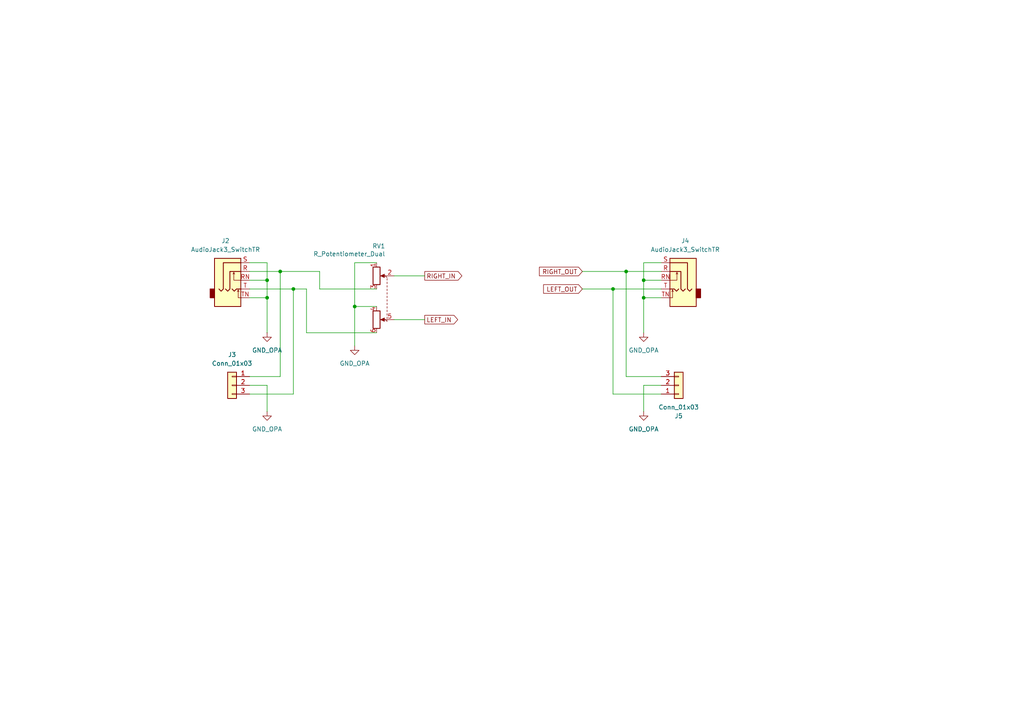
<source format=kicad_sch>
(kicad_sch (version 20250114) (generator "eeschema") (generator_version "9.0")
  (paper "A4")
  (lib_symbols
    (symbol "Connector_Audio:AudioJack3_SwitchTR"
      (property "Reference" "J" (at 0 8.89 0))
      (property "Value" "AudioJack3_SwitchTR" (at 0 6.35 0))
      (symbol "AudioJack3_SwitchTR_0_1"
        (rectangle (start -5.08 -5.08) (end -6.35 -7.62) (stroke (width 0.254)) (fill (type outline)))
        (polyline (pts (xy -1.905 -5.08) (xy -1.27 -5.715) (xy -0.635 -5.08) (xy -0.635 0) (xy 2.54 0)) (stroke (width 0.254)))
        (polyline (pts (xy 0 -5.08) (xy 0.635 -5.715) (xy 1.27 -5.08) (xy 2.54 -5.08)) (stroke (width 0.254)))
        (polyline (pts (xy 0.508 -0.254) (xy 0.762 -0.762)))
        (polyline (pts (xy 1.778 -5.334) (xy 2.032 -5.842)))
        (rectangle (start 2.54 3.81) (end -5.08 -10.16) (stroke (width 0.254)) (fill (type background)))
        (polyline (pts (xy 2.54 2.54) (xy -2.54 2.54) (xy -2.54 -5.08) (xy -3.175 -5.715) (xy -3.81 -5.08)) (stroke (width 0.254)))
        (polyline (pts (xy 2.54 -2.54) (xy 0.508 -2.54) (xy 0.508 -0.254) (xy 0.254 -0.762)))
        (polyline (pts (xy 2.54 -7.62) (xy 1.778 -7.62) (xy 1.778 -5.334) (xy 1.524 -5.842)))
      )
      (symbol "AudioJack3_SwitchTR_1_1"
        (pin passive line (at 5.08 2.54 180) (length 2.54) (name "~") (number "S"))
        (pin passive line (at 5.08 0 180) (length 2.54) (name "~") (number "R"))
        (pin passive line (at 5.08 -2.54 180) (length 2.54) (name "~") (number "RN"))
        (pin passive line (at 5.08 -5.08 180) (length 2.54) (name "~") (number "T"))
        (pin passive line (at 5.08 -7.62 180) (length 2.54) (name "~") (number "TN"))
      )
    )
    (symbol "Connector_Generic:Conn_01x03" (pin_names (offset 1.016) (hide yes))
      (property "Reference" "J" (at 0 5.08 0))
      (property "Value" "Conn_01x03" (at 0 -5.08 0))
      (symbol "Conn_01x03_1_1"
        (rectangle (start -1.27 3.81) (end 1.27 -3.81) (stroke (width 0.254)) (fill (type background)))
        (rectangle (start -1.27 2.667) (end 0 2.413) (stroke (width 0.1524)))
        (rectangle (start -1.27 0.127) (end 0 -0.127) (stroke (width 0.1524)))
        (rectangle (start -1.27 -2.413) (end 0 -2.667) (stroke (width 0.1524)))
        (pin passive line (at -5.08 2.54 0) (length 3.81) (name "Pin_1") (number "1"))
        (pin passive line (at -5.08 0 0) (length 3.81) (name "Pin_2") (number "2"))
        (pin passive line (at -5.08 -2.54 0) (length 3.81) (name "Pin_3") (number "3"))
      )
    )
    (symbol "Device:R_Potentiometer_Dual" (pin_names (offset 1.016) (hide yes))
      (property "Reference" "RV" (at 0 3.81 0))
      (property "Value" "R_Potentiometer_Dual" (at 0 1.905 0))
      (symbol "R_Potentiometer_Dual_0_1"
        (rectangle (start -8.89 -1.524) (end -3.81 -3.556) (stroke (width 0.254)))
        (polyline (pts (xy -6.35 0) (xy -6.35 -1.016)))
        (polyline (pts (xy -6.35 0) (xy -6.35 -1.016)))
        (polyline (pts (xy -6.35 0) (xy -5.842 0.508)))
        (polyline (pts (xy -6.35 -1.397) (xy -6.858 -0.254) (xy -5.842 -0.254) (xy -6.35 -1.397)) (fill (type outline)))
        (polyline (pts (xy -5.588 0.508) (xy -5.08 0.508)))
        (polyline (pts (xy -4.572 0.508) (xy -4.064 0.508)))
        (polyline (pts (xy -3.556 0.508) (xy -3.048 0.508)))
        (polyline (pts (xy -2.54 0.508) (xy -2.032 0.508)))
        (polyline (pts (xy -1.524 0.508) (xy -1.016 0.508)))
        (polyline (pts (xy -0.508 0.508) (xy 0 0.508)))
        (polyline (pts (xy 0.508 0.508) (xy 1.016 0.508)))
        (polyline (pts (xy 1.524 0.508) (xy 2.032 0.508)))
        (polyline (pts (xy 2.54 0.508) (xy 3.048 0.508)))
        (polyline (pts (xy 3.556 0.508) (xy 4.064 0.508)))
        (rectangle (start 3.81 -1.524) (end 8.89 -3.556) (stroke (width 0.254)))
        (polyline (pts (xy 4.572 0.508) (xy 5.08 0.508)))
        (polyline (pts (xy 5.588 0.508) (xy 6.096 0.508)))
        (polyline (pts (xy 6.35 0) (xy 6.35 -1.016)))
        (polyline (pts (xy 6.35 0) (xy 6.35 -1.016)))
        (polyline (pts (xy 6.35 -1.397) (xy 5.842 -0.254) (xy 6.858 -0.254) (xy 6.35 -1.397)) (fill (type outline)))
        (polyline (pts (xy 6.604 0.508) (xy 6.858 0.508) (xy 6.35 0)))
      )
      (symbol "R_Potentiometer_Dual_1_1"
        (pin passive line (at -10.16 -2.54 0) (length 1.27) (name "1") (number "1"))
        (pin passive line (at -6.35 2.54 270) (length 2.54) (name "2") (number "2"))
        (pin passive line (at -2.54 -2.54 180) (length 1.27) (name "3") (number "3"))
        (pin passive line (at 2.54 -2.54 0) (length 1.27) (name "4") (number "4"))
        (pin passive line (at 6.35 2.54 270) (length 2.54) (name "5") (number "5"))
        (pin passive line (at 10.16 -2.54 180) (length 1.27) (name "6") (number "6"))
      )
    )
    (symbol "power:GND" (power) (pin_numbers (hide yes)) (pin_names (offset 0) (hide yes))
      (property "Value" "GND" (at 0 -3.81 0))
      (symbol "GND_0_1"
        (polyline (pts (xy 0 0) (xy 0 -1.27) (xy 1.27 -1.27) (xy 0 -2.54) (xy -1.27 -1.27) (xy 0 -1.27)))
      )
      (symbol "GND_1_1"
        (pin power_in line (at 0 0 270) (length 0) (name "~") (number "1"))
      )
    )
  )
  (junction (at 77.47 86.36))
  (junction (at 102.87 88.9))
  (junction (at 81.28 78.74))
  (junction (at 186.69 81.28))
  (junction (at 85.09 83.82))
  (junction (at 181.61 78.74))
  (junction (at 177.8 83.82))
  (junction (at 77.47 81.28))
  (junction (at 186.69 86.36))
  (wire (pts (xy 85.09 114.3) (xy 85.09 83.82)))
  (wire (pts (xy 181.61 78.74) (xy 191.77 78.74)))
  (wire (pts (xy 177.8 83.82) (xy 177.8 114.3)))
  (wire (pts (xy 114.3 92.71) (xy 123.19 92.71)))
  (wire (pts (xy 81.28 78.74) (xy 92.71 78.74)))
  (wire (pts (xy 72.39 83.82) (xy 85.09 83.82)))
  (wire (pts (xy 102.87 88.9) (xy 102.87 100.33)))
  (wire (pts (xy 88.9 96.52) (xy 109.22 96.52)))
  (wire (pts (xy 81.28 109.22) (xy 81.28 78.74)))
  (wire (pts (xy 77.47 86.36) (xy 77.47 96.52)))
  (wire (pts (xy 181.61 109.22) (xy 191.77 109.22)))
  (wire (pts (xy 191.77 81.28) (xy 186.69 81.28)))
  (wire (pts (xy 72.39 86.36) (xy 77.47 86.36)))
  (wire (pts (xy 177.8 114.3) (xy 191.77 114.3)))
  (wire (pts (xy 177.8 83.82) (xy 191.77 83.82)))
  (wire (pts (xy 186.69 111.76) (xy 191.77 111.76)))
  (wire (pts (xy 102.87 88.9) (xy 109.22 88.9)))
  (wire (pts (xy 77.47 81.28) (xy 77.47 86.36)))
  (wire (pts (xy 114.3 80.01) (xy 123.19 80.01)))
  (wire (pts (xy 186.69 76.2) (xy 186.69 81.28)))
  (wire (pts (xy 186.69 81.28) (xy 186.69 86.36)))
  (wire (pts (xy 72.39 78.74) (xy 81.28 78.74)))
  (wire (pts (xy 72.39 111.76) (xy 77.47 111.76)))
  (wire (pts (xy 72.39 114.3) (xy 85.09 114.3)))
  (wire (pts (xy 72.39 81.28) (xy 77.47 81.28)))
  (wire (pts (xy 186.69 86.36) (xy 186.69 96.52)))
  (wire (pts (xy 77.47 76.2) (xy 77.47 81.28)))
  (wire (pts (xy 181.61 78.74) (xy 181.61 109.22)))
  (wire (pts (xy 191.77 76.2) (xy 186.69 76.2)))
  (wire (pts (xy 186.69 111.76) (xy 186.69 119.38)))
  (wire (pts (xy 88.9 83.82) (xy 88.9 96.52)))
  (wire (pts (xy 92.71 78.74) (xy 92.71 83.82)))
  (wire (pts (xy 88.9 83.82) (xy 85.09 83.82)))
  (wire (pts (xy 109.22 76.2) (xy 102.87 76.2)))
  (wire (pts (xy 72.39 109.22) (xy 81.28 109.22)))
  (wire (pts (xy 168.91 78.74) (xy 181.61 78.74)))
  (wire (pts (xy 77.47 111.76) (xy 77.47 119.38)))
  (wire (pts (xy 102.87 76.2) (xy 102.87 88.9)))
  (wire (pts (xy 92.71 83.82) (xy 109.22 83.82)))
  (wire (pts (xy 191.77 86.36) (xy 186.69 86.36)))
  (wire (pts (xy 168.91 83.82) (xy 177.8 83.82)))
  (wire (pts (xy 72.39 76.2) (xy 77.47 76.2)))
  (global_label "LEFT_OUT" (shape input) (at 168.91 83.82 180) (property "Intersheetrefs" "${INTERSHEET_REFS}" (effects (hide yes))))
  (global_label "RIGHT_IN" (shape output) (at 123.19 80.01 0) (property "Intersheetrefs" "${INTERSHEET_REFS}" (effects (hide yes))))
  (global_label "RIGHT_OUT" (shape input) (at 168.91 78.74 180) (property "Intersheetrefs" "${INTERSHEET_REFS}" (effects (hide yes))))
  (global_label "LEFT_IN" (shape output) (at 123.19 92.71 0) (property "Intersheetrefs" "${INTERSHEET_REFS}" (effects (hide yes))))
  (symbol (lib_id "power:GND") (at 186.69 119.38 0) (unit 1)
    (property "Reference" "#PWR08" (effects (hide yes)))
    (property "Value" "GND_OPA" (at 186.69 124.46 0))
    (property "Description" "Power symbol creates a global label with name \"GND\" , ground" (effects (hide yes)))
  )
  (symbol (lib_id "Connector_Audio:AudioJack3_SwitchTR") (at 196.85 78.74 0) (mirror y) (unit 1)
    (property "Reference" "J4" (at 198.755 69.85 0))
    (property "Value" "AudioJack3_SwitchTR" (at 198.755 72.39 0))
    (property "Footprint" "Connector_Audio:Jack_3.5mm_CUI_SJ1-3515N_Horizontal" (effects (hide yes)))
    (property "Description" "Audio Jack, 3 Poles (Stereo / TRS), Switched TR Poles (Normalling)" (effects (hide yes)))
  )
  (symbol (lib_id "power:GND") (at 77.47 96.52 0) (unit 1)
    (property "Reference" "#PWR09" (effects (hide yes)))
    (property "Value" "GND_OPA" (at 77.47 101.6 0))
    (property "Description" "Power symbol creates a global label with name \"GND\" , ground" (effects (hide yes)))
  )
  (symbol (lib_id "Connector_Generic:Conn_01x03") (at 196.85 111.76 0) (mirror x) (unit 1)
    (property "Reference" "J5" (at 196.85 120.65 0))
    (property "Value" "Conn_01x03" (at 196.85 118.11 0))
    (property "Footprint" "TerminalBlock_TE-Connectivity:TerminalBlock_TE_282834-3_1x03_P2.54mm_Horizontal" (effects (hide yes)))
    (property "Description" "Generic connector, single row, 01x03, script generated (kicad-library-utils/schlib/autogen/connector/)" (effects (hide yes)))
  )
  (symbol (lib_id "power:GND") (at 186.69 96.52 0) (unit 1)
    (property "Reference" "#PWR012" (effects (hide yes)))
    (property "Value" "GND_OPA" (at 186.69 101.6 0))
    (property "Description" "Power symbol creates a global label with name \"GND\" , ground" (effects (hide yes)))
  )
  (symbol (lib_id "Connector_Audio:AudioJack3_SwitchTR") (at 67.31 78.74 0) (unit 1)
    (property "Reference" "J2" (at 65.405 69.85 0))
    (property "Value" "AudioJack3_SwitchTR" (at 65.405 72.39 0))
    (property "Footprint" "Connector_Audio:Jack_3.5mm_CUI_SJ1-3515N_Horizontal" (effects (hide yes)))
    (property "Description" "Audio Jack, 3 Poles (Stereo / TRS), Switched TR Poles (Normalling)" (effects (hide yes)))
  )
  (symbol (lib_id "Device:R_Potentiometer_Dual") (at 111.76 86.36 270) (unit 1)
    (property "Reference" "RV1" (at 111.76 71.374 90) (effects (justify right)))
    (property "Value" "R_Potentiometer_Dual" (at 111.76 73.66 90) (effects (justify right)))
    (property "Footprint" "Potentiometer_THT:Potentiometer_Alps_RK097_Dual_Horizontal" (effects (hide yes)))
    (property "Description" "Dual potentiometer" (effects (hide yes)))
  )
  (symbol (lib_id "Connector_Generic:Conn_01x03") (at 67.31 111.76 0) (mirror y) (unit 1)
    (property "Reference" "J3" (at 67.31 102.87 0))
    (property "Value" "Conn_01x03" (at 67.31 105.41 0))
    (property "Footprint" "TerminalBlock_TE-Connectivity:TerminalBlock_TE_282834-3_1x03_P2.54mm_Horizontal" (effects (hide yes)))
    (property "Description" "Generic connector, single row, 01x03, script generated (kicad-library-utils/schlib/autogen/connector/)" (effects (hide yes)))
  )
  (symbol (lib_id "power:GND") (at 77.47 119.38 0) (unit 1)
    (property "Reference" "#PWR010" (effects (hide yes)))
    (property "Value" "GND_OPA" (at 77.47 124.46 0))
    (property "Description" "Power symbol creates a global label with name \"GND\" , ground" (effects (hide yes)))
  )
  (symbol (lib_id "power:GND") (at 102.87 100.33 0) (unit 1)
    (property "Reference" "#PWR011" (effects (hide yes)))
    (property "Value" "GND_OPA" (at 102.87 105.41 0))
    (property "Description" "Power symbol creates a global label with name \"GND\" , ground" (effects (hide yes)))
  )
)
</source>
